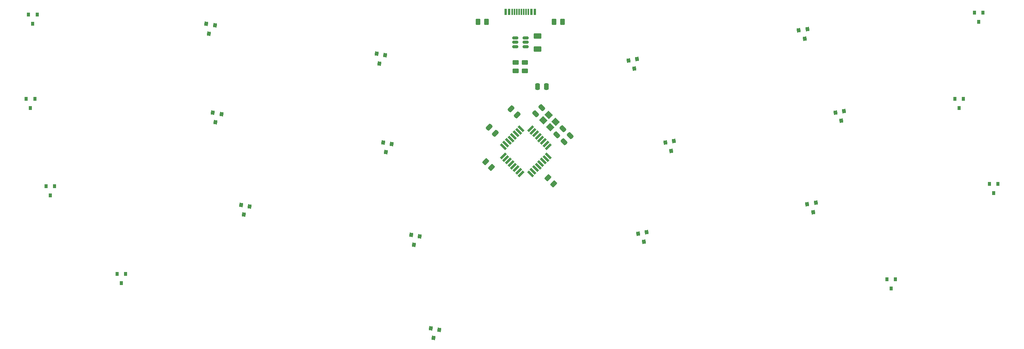
<source format=gbr>
%TF.GenerationSoftware,KiCad,Pcbnew,7.0.6*%
%TF.CreationDate,2024-02-24T13:08:40+01:00*%
%TF.ProjectId,Eliza,456c697a-612e-46b6-9963-61645f706362,rev?*%
%TF.SameCoordinates,Original*%
%TF.FileFunction,Paste,Bot*%
%TF.FilePolarity,Positive*%
%FSLAX46Y46*%
G04 Gerber Fmt 4.6, Leading zero omitted, Abs format (unit mm)*
G04 Created by KiCad (PCBNEW 7.0.6) date 2024-02-24 13:08:40*
%MOMM*%
%LPD*%
G01*
G04 APERTURE LIST*
G04 Aperture macros list*
%AMRoundRect*
0 Rectangle with rounded corners*
0 $1 Rounding radius*
0 $2 $3 $4 $5 $6 $7 $8 $9 X,Y pos of 4 corners*
0 Add a 4 corners polygon primitive as box body*
4,1,4,$2,$3,$4,$5,$6,$7,$8,$9,$2,$3,0*
0 Add four circle primitives for the rounded corners*
1,1,$1+$1,$2,$3*
1,1,$1+$1,$4,$5*
1,1,$1+$1,$6,$7*
1,1,$1+$1,$8,$9*
0 Add four rect primitives between the rounded corners*
20,1,$1+$1,$2,$3,$4,$5,0*
20,1,$1+$1,$4,$5,$6,$7,0*
20,1,$1+$1,$6,$7,$8,$9,0*
20,1,$1+$1,$8,$9,$2,$3,0*%
%AMRotRect*
0 Rectangle, with rotation*
0 The origin of the aperture is its center*
0 $1 length*
0 $2 width*
0 $3 Rotation angle, in degrees counterclockwise*
0 Add horizontal line*
21,1,$1,$2,0,0,$3*%
G04 Aperture macros list end*
%ADD10RotRect,0.900000X0.800000X260.000000*%
%ADD11RoundRect,0.250000X0.159099X-0.512652X0.512652X-0.159099X-0.159099X0.512652X-0.512652X0.159099X0*%
%ADD12R,0.800000X0.900000*%
%ADD13RoundRect,0.250000X-0.450000X0.262500X-0.450000X-0.262500X0.450000X-0.262500X0.450000X0.262500X0*%
%ADD14RoundRect,0.250000X0.503814X0.132583X0.132583X0.503814X-0.503814X-0.132583X-0.132583X-0.503814X0*%
%ADD15RoundRect,0.250000X-0.250000X-0.475000X0.250000X-0.475000X0.250000X0.475000X-0.250000X0.475000X0*%
%ADD16RotRect,0.900000X0.800000X280.000000*%
%ADD17RotRect,1.600000X0.550000X225.000000*%
%ADD18RotRect,1.600000X0.550000X135.000000*%
%ADD19R,0.600000X1.450000*%
%ADD20R,0.300000X1.450000*%
%ADD21RoundRect,0.250000X0.262500X0.450000X-0.262500X0.450000X-0.262500X-0.450000X0.262500X-0.450000X0*%
%ADD22RoundRect,0.250000X0.625000X-0.375000X0.625000X0.375000X-0.625000X0.375000X-0.625000X-0.375000X0*%
%ADD23RoundRect,0.250000X0.512652X0.159099X0.159099X0.512652X-0.512652X-0.159099X-0.159099X-0.512652X0*%
%ADD24RotRect,1.400000X1.200000X315.000000*%
%ADD25RoundRect,0.250000X-0.159099X0.512652X-0.512652X0.159099X0.159099X-0.512652X0.512652X-0.159099X0*%
%ADD26RoundRect,0.150000X-0.512500X-0.150000X0.512500X-0.150000X0.512500X0.150000X-0.512500X0.150000X0*%
%ADD27RoundRect,0.250000X-0.262500X-0.450000X0.262500X-0.450000X0.262500X0.450000X-0.262500X0.450000X0*%
G04 APERTURE END LIST*
D10*
%TO.C,D15*%
X129707920Y-124903748D03*
X129119649Y-122769166D03*
X130990784Y-123099098D03*
%TD*%
D11*
%TO.C,C5*%
X161258357Y-100614737D03*
X162601859Y-99271235D03*
%TD*%
D12*
%TO.C,D12*%
X249950005Y-94700694D03*
X249000005Y-92700694D03*
X250900005Y-92700694D03*
%TD*%
D13*
%TO.C,R4*%
X152146772Y-84676679D03*
X152146772Y-86501679D03*
%TD*%
D14*
%TO.C,R6*%
X146848407Y-107824414D03*
X145557937Y-106533944D03*
%TD*%
D10*
%TO.C,D20*%
X134066089Y-145531921D03*
X133477818Y-143397339D03*
X135348953Y-143727271D03*
%TD*%
D12*
%TO.C,D19*%
X65200774Y-133373682D03*
X64250774Y-131373682D03*
X66150774Y-131373682D03*
%TD*%
D13*
%TO.C,R3*%
X154192003Y-84667341D03*
X154192003Y-86492341D03*
%TD*%
D12*
%TO.C,D18*%
X257570004Y-113496693D03*
X256620004Y-111496693D03*
X258520004Y-111496693D03*
%TD*%
%TO.C,D1*%
X45690333Y-76070189D03*
X44740333Y-74070189D03*
X46640333Y-74070189D03*
%TD*%
%TO.C,D6*%
X254268004Y-75650693D03*
X253318004Y-73650693D03*
X255218004Y-73650693D03*
%TD*%
D15*
%TO.C,C1*%
X157026604Y-89966893D03*
X158926604Y-89966893D03*
%TD*%
D16*
%TO.C,D16*%
X180477553Y-124302514D03*
X179194689Y-122497864D03*
X181065824Y-122167932D03*
%TD*%
D10*
%TO.C,D9*%
X123510556Y-104467106D03*
X122922285Y-102332524D03*
X124793420Y-102662456D03*
%TD*%
%TO.C,D2*%
X84544699Y-78252498D03*
X83956428Y-76117916D03*
X85827563Y-76447848D03*
%TD*%
D17*
%TO.C,U1*%
X155435001Y-99291408D03*
X156000686Y-99857094D03*
X156566372Y-100422779D03*
X157132057Y-100988464D03*
X157697743Y-101554150D03*
X158263428Y-102119835D03*
X158829113Y-102685521D03*
X159394799Y-103251206D03*
D18*
X159394799Y-105301816D03*
X158829113Y-105867501D03*
X158263428Y-106433187D03*
X157697743Y-106998872D03*
X157132057Y-107564558D03*
X156566372Y-108130243D03*
X156000686Y-108695928D03*
X155435001Y-109261614D03*
D17*
X153384391Y-109261614D03*
X152818706Y-108695928D03*
X152253020Y-108130243D03*
X151687335Y-107564558D03*
X151121649Y-106998872D03*
X150555964Y-106433187D03*
X149990279Y-105867501D03*
X149424593Y-105301816D03*
D18*
X149424593Y-103251206D03*
X149990279Y-102685521D03*
X150555964Y-102119835D03*
X151121649Y-101554150D03*
X151687335Y-100988464D03*
X152253020Y-100422779D03*
X152818706Y-99857094D03*
X153384391Y-99291408D03*
%TD*%
D11*
%TO.C,C3*%
X162820924Y-102177301D03*
X164164426Y-100833799D03*
%TD*%
D12*
%TO.C,D13*%
X49525732Y-114017791D03*
X48575732Y-112017791D03*
X50475732Y-112017791D03*
%TD*%
D19*
%TO.C,USB1*%
X149933131Y-73425591D03*
X150733131Y-73425591D03*
D20*
X151933131Y-73425591D03*
X152933131Y-73425591D03*
X153433131Y-73425591D03*
X154433131Y-73425591D03*
D19*
X155633131Y-73425591D03*
X156433131Y-73425591D03*
X156433131Y-73425591D03*
X155633131Y-73425591D03*
D20*
X154933131Y-73425591D03*
X153933131Y-73425591D03*
X152433131Y-73425591D03*
X151433131Y-73425591D03*
D19*
X150733131Y-73425591D03*
X149933131Y-73425591D03*
%TD*%
D21*
%TO.C,R2*%
X162470505Y-75666695D03*
X160645505Y-75666695D03*
%TD*%
D10*
%TO.C,D14*%
X92186745Y-118287749D03*
X91598474Y-116153167D03*
X93469609Y-116483099D03*
%TD*%
D22*
%TO.C,F1*%
X156986004Y-81638694D03*
X156986004Y-78838694D03*
%TD*%
D14*
%TO.C,R5*%
X160560714Y-111456631D03*
X159270244Y-110166161D03*
%TD*%
D16*
%TO.C,D17*%
X217748589Y-117730626D03*
X216465725Y-115925976D03*
X218336860Y-115596044D03*
%TD*%
D23*
%TO.C,C2*%
X152490093Y-96250332D03*
X151146591Y-94906830D03*
%TD*%
D24*
%TO.C,X1*%
X159418466Y-96229261D03*
X160974101Y-97784896D03*
X159772020Y-98986977D03*
X158216385Y-97431342D03*
%TD*%
D25*
%TO.C,C4*%
X157932127Y-94601502D03*
X156588625Y-95945004D03*
%TD*%
D12*
%TO.C,D7*%
X45182331Y-94688390D03*
X44232331Y-92688390D03*
X46132331Y-92688390D03*
%TD*%
D16*
%TO.C,D4*%
X178364097Y-85987419D03*
X177081233Y-84182769D03*
X178952368Y-83852837D03*
%TD*%
D26*
%TO.C,U2*%
X152089303Y-81137895D03*
X152089303Y-80187895D03*
X152089303Y-79237895D03*
X154364303Y-79237895D03*
X154364303Y-80187895D03*
X154364303Y-81137895D03*
%TD*%
D12*
%TO.C,D21*%
X234964005Y-134578694D03*
X234014005Y-132578694D03*
X235914005Y-132578694D03*
%TD*%
D10*
%TO.C,D8*%
X85989381Y-97851108D03*
X85401110Y-95716526D03*
X87272245Y-96046458D03*
%TD*%
D16*
%TO.C,D10*%
X186468886Y-104160120D03*
X185186022Y-102355470D03*
X187057157Y-102025538D03*
%TD*%
D10*
%TO.C,D3*%
X122065872Y-84868492D03*
X121477601Y-82733910D03*
X123348736Y-83063842D03*
%TD*%
D23*
%TO.C,C6*%
X147676673Y-100309407D03*
X146333171Y-98965905D03*
%TD*%
D27*
%TO.C,R1*%
X143881504Y-75666695D03*
X145706504Y-75666695D03*
%TD*%
D16*
%TO.C,D5*%
X215885274Y-79371423D03*
X214602410Y-77566773D03*
X216473545Y-77236841D03*
%TD*%
%TO.C,D11*%
X223990062Y-97544126D03*
X222707198Y-95739476D03*
X224578333Y-95409544D03*
%TD*%
M02*

</source>
